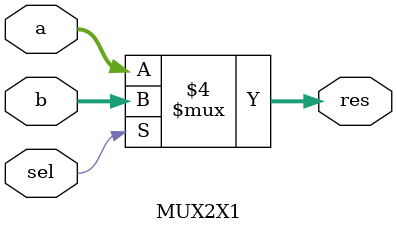
<source format=v>
module MUX2X1(input[31:0]a,b,input sel, output reg[31:0]res);

initial
begin
	res = 32'b0;
end

always @(*)begin
 if(sel)
  res = b;
 else
  res = a;
end
endmodule


</source>
